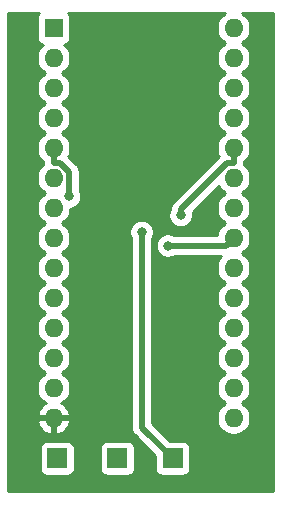
<source format=gbr>
%TF.GenerationSoftware,KiCad,Pcbnew,(5.1.9)-1*%
%TF.CreationDate,2021-05-11T14:20:08+02:00*%
%TF.ProjectId,ZX81 Intern 16K,5a583831-2049-46e7-9465-726e2031364b,rev?*%
%TF.SameCoordinates,Original*%
%TF.FileFunction,Copper,L2,Bot*%
%TF.FilePolarity,Positive*%
%FSLAX46Y46*%
G04 Gerber Fmt 4.6, Leading zero omitted, Abs format (unit mm)*
G04 Created by KiCad (PCBNEW (5.1.9)-1) date 2021-05-11 14:20:08*
%MOMM*%
%LPD*%
G01*
G04 APERTURE LIST*
%TA.AperFunction,ComponentPad*%
%ADD10R,1.600000X1.600000*%
%TD*%
%TA.AperFunction,ComponentPad*%
%ADD11O,1.600000X1.600000*%
%TD*%
%TA.AperFunction,ComponentPad*%
%ADD12R,1.700000X1.700000*%
%TD*%
%TA.AperFunction,ViaPad*%
%ADD13C,0.800000*%
%TD*%
%TA.AperFunction,Conductor*%
%ADD14C,0.500000*%
%TD*%
%TA.AperFunction,Conductor*%
%ADD15C,0.254000*%
%TD*%
%TA.AperFunction,Conductor*%
%ADD16C,0.100000*%
%TD*%
G04 APERTURE END LIST*
D10*
%TO.P,REF\u002A\u002A,1*%
%TO.N,N/C*%
X110795000Y-71602600D03*
D11*
%TO.P,REF\u002A\u002A,15*%
%TO.N,Net-(U1-Pad15)*%
X126035000Y-104622600D03*
%TO.P,REF\u002A\u002A,2*%
%TO.N,Net-(U1-Pad2)*%
X110795000Y-74142600D03*
%TO.P,REF\u002A\u002A,16*%
%TO.N,Net-(U1-Pad16)*%
X126035000Y-102082600D03*
%TO.P,REF\u002A\u002A,3*%
%TO.N,Net-(U1-Pad3)*%
X110795000Y-76682600D03*
%TO.P,REF\u002A\u002A,17*%
%TO.N,Net-(U1-Pad17)*%
X126035000Y-99542600D03*
%TO.P,REF\u002A\u002A,4*%
%TO.N,Net-(U1-Pad4)*%
X110795000Y-79222600D03*
%TO.P,REF\u002A\u002A,18*%
%TO.N,Net-(U1-Pad18)*%
X126035000Y-97002600D03*
%TO.P,REF\u002A\u002A,5*%
%TO.N,Net-(U1-Pad5)*%
X110795000Y-81762600D03*
%TO.P,REF\u002A\u002A,19*%
%TO.N,Net-(U1-Pad19)*%
X126035000Y-94462600D03*
%TO.P,REF\u002A\u002A,6*%
%TO.N,Net-(U1-Pad6)*%
X110795000Y-84302600D03*
%TO.P,REF\u002A\u002A,20*%
%TO.N,Net-(U1-Pad20)*%
X126035000Y-91922600D03*
%TO.P,REF\u002A\u002A,7*%
%TO.N,Net-(U1-Pad7)*%
X110795000Y-86842600D03*
%TO.P,REF\u002A\u002A,21*%
%TO.N,Net-(U1-Pad21)*%
X126035000Y-89382600D03*
%TO.P,REF\u002A\u002A,8*%
%TO.N,Net-(U1-Pad8)*%
X110795000Y-89382600D03*
%TO.P,REF\u002A\u002A,22*%
%TO.N,Net-(U1-Pad22)*%
X126035000Y-86842600D03*
%TO.P,REF\u002A\u002A,9*%
%TO.N,Net-(U1-Pad9)*%
X110795000Y-91922600D03*
%TO.P,REF\u002A\u002A,23*%
%TO.N,N/C*%
X126035000Y-84302600D03*
%TO.P,REF\u002A\u002A,10*%
%TO.N,Net-(U1-Pad10)*%
X110795000Y-94462600D03*
%TO.P,REF\u002A\u002A,24*%
%TO.N,Net-(U1-Pad24)*%
X126035000Y-81762600D03*
%TO.P,REF\u002A\u002A,11*%
%TO.N,Net-(U1-Pad11)*%
X110795000Y-97002600D03*
%TO.P,REF\u002A\u002A,25*%
%TO.N,Net-(U1-Pad25)*%
X126035000Y-79222600D03*
%TO.P,REF\u002A\u002A,12*%
%TO.N,Net-(U1-Pad12)*%
X110795000Y-99542600D03*
%TO.P,REF\u002A\u002A,26*%
%TO.N,N/C*%
X126035000Y-76682600D03*
%TO.P,REF\u002A\u002A,13*%
%TO.N,Net-(U1-Pad13)*%
X110795000Y-102082600D03*
%TO.P,REF\u002A\u002A,27*%
%TO.N,Net-(R1-Pad2)*%
X126035000Y-74142600D03*
%TO.P,REF\u002A\u002A,14*%
%TO.N,GND*%
X110795000Y-104622600D03*
%TO.P,REF\u002A\u002A,28*%
%TO.N,+5V*%
X126035000Y-71602600D03*
%TD*%
D12*
%TO.P,J1,1*%
%TO.N,Net-(J1-Pad1)*%
X111100000Y-108052000D03*
%TD*%
%TO.P,J2,1*%
%TO.N,Net-(J2-Pad1)*%
X120870000Y-108052000D03*
%TD*%
%TO.P,J3,1*%
%TO.N,Net-(J3-Pad1)*%
X116210000Y-108052000D03*
%TD*%
D13*
%TO.N,GND*%
X119862500Y-102396000D03*
X112345700Y-100390900D03*
%TO.N,Net-(J2-Pad1)*%
X118260000Y-88880000D03*
%TO.N,Net-(U1-Pad24)*%
X121563900Y-87466100D03*
%TO.N,Net-(U1-Pad5)*%
X112118400Y-85875800D03*
%TO.N,Net-(U1-Pad21)*%
X120480000Y-90040000D03*
%TD*%
D14*
%TO.N,Net-(J2-Pad1)*%
X118260000Y-105442000D02*
X120870000Y-108052000D01*
X118260000Y-88880000D02*
X118260000Y-105442000D01*
%TO.N,Net-(U1-Pad24)*%
X126035000Y-81762600D02*
X126035000Y-83012900D01*
X121563900Y-87466100D02*
X121563900Y-86937900D01*
X121563900Y-86937900D02*
X125488900Y-83012900D01*
X125488900Y-83012900D02*
X126035000Y-83012900D01*
%TO.N,Net-(U1-Pad5)*%
X110795000Y-81762600D02*
X110795000Y-83012900D01*
X112118400Y-85875800D02*
X112118400Y-83792400D01*
X112118400Y-83792400D02*
X111338900Y-83012900D01*
X111338900Y-83012900D02*
X110795000Y-83012900D01*
%TO.N,Net-(U1-Pad21)*%
X125377600Y-90040000D02*
X126035000Y-89382600D01*
X120480000Y-90040000D02*
X125377600Y-90040000D01*
%TD*%
D15*
%TO.N,GND*%
X109543815Y-70351415D02*
X109464463Y-70448106D01*
X109405498Y-70558420D01*
X109369188Y-70678118D01*
X109356928Y-70802600D01*
X109356928Y-72402600D01*
X109369188Y-72527082D01*
X109405498Y-72646780D01*
X109464463Y-72757094D01*
X109543815Y-72853785D01*
X109640506Y-72933137D01*
X109750820Y-72992102D01*
X109870518Y-73028412D01*
X109878961Y-73029243D01*
X109680363Y-73227841D01*
X109523320Y-73462873D01*
X109415147Y-73724026D01*
X109360000Y-74001265D01*
X109360000Y-74283935D01*
X109415147Y-74561174D01*
X109523320Y-74822327D01*
X109680363Y-75057359D01*
X109880241Y-75257237D01*
X110112759Y-75412600D01*
X109880241Y-75567963D01*
X109680363Y-75767841D01*
X109523320Y-76002873D01*
X109415147Y-76264026D01*
X109360000Y-76541265D01*
X109360000Y-76823935D01*
X109415147Y-77101174D01*
X109523320Y-77362327D01*
X109680363Y-77597359D01*
X109880241Y-77797237D01*
X110112759Y-77952600D01*
X109880241Y-78107963D01*
X109680363Y-78307841D01*
X109523320Y-78542873D01*
X109415147Y-78804026D01*
X109360000Y-79081265D01*
X109360000Y-79363935D01*
X109415147Y-79641174D01*
X109523320Y-79902327D01*
X109680363Y-80137359D01*
X109880241Y-80337237D01*
X110112759Y-80492600D01*
X109880241Y-80647963D01*
X109680363Y-80847841D01*
X109523320Y-81082873D01*
X109415147Y-81344026D01*
X109360000Y-81621265D01*
X109360000Y-81903935D01*
X109415147Y-82181174D01*
X109523320Y-82442327D01*
X109680363Y-82677359D01*
X109880241Y-82877237D01*
X109910001Y-82897122D01*
X109910001Y-82969414D01*
X109905718Y-83012900D01*
X109920322Y-83161182D01*
X109880241Y-83187963D01*
X109680363Y-83387841D01*
X109523320Y-83622873D01*
X109415147Y-83884026D01*
X109360000Y-84161265D01*
X109360000Y-84443935D01*
X109415147Y-84721174D01*
X109523320Y-84982327D01*
X109680363Y-85217359D01*
X109880241Y-85417237D01*
X110112759Y-85572600D01*
X109880241Y-85727963D01*
X109680363Y-85927841D01*
X109523320Y-86162873D01*
X109415147Y-86424026D01*
X109360000Y-86701265D01*
X109360000Y-86983935D01*
X109415147Y-87261174D01*
X109523320Y-87522327D01*
X109680363Y-87757359D01*
X109880241Y-87957237D01*
X110112759Y-88112600D01*
X109880241Y-88267963D01*
X109680363Y-88467841D01*
X109523320Y-88702873D01*
X109415147Y-88964026D01*
X109360000Y-89241265D01*
X109360000Y-89523935D01*
X109415147Y-89801174D01*
X109523320Y-90062327D01*
X109680363Y-90297359D01*
X109880241Y-90497237D01*
X110112759Y-90652600D01*
X109880241Y-90807963D01*
X109680363Y-91007841D01*
X109523320Y-91242873D01*
X109415147Y-91504026D01*
X109360000Y-91781265D01*
X109360000Y-92063935D01*
X109415147Y-92341174D01*
X109523320Y-92602327D01*
X109680363Y-92837359D01*
X109880241Y-93037237D01*
X110112759Y-93192600D01*
X109880241Y-93347963D01*
X109680363Y-93547841D01*
X109523320Y-93782873D01*
X109415147Y-94044026D01*
X109360000Y-94321265D01*
X109360000Y-94603935D01*
X109415147Y-94881174D01*
X109523320Y-95142327D01*
X109680363Y-95377359D01*
X109880241Y-95577237D01*
X110112759Y-95732600D01*
X109880241Y-95887963D01*
X109680363Y-96087841D01*
X109523320Y-96322873D01*
X109415147Y-96584026D01*
X109360000Y-96861265D01*
X109360000Y-97143935D01*
X109415147Y-97421174D01*
X109523320Y-97682327D01*
X109680363Y-97917359D01*
X109880241Y-98117237D01*
X110112759Y-98272600D01*
X109880241Y-98427963D01*
X109680363Y-98627841D01*
X109523320Y-98862873D01*
X109415147Y-99124026D01*
X109360000Y-99401265D01*
X109360000Y-99683935D01*
X109415147Y-99961174D01*
X109523320Y-100222327D01*
X109680363Y-100457359D01*
X109880241Y-100657237D01*
X110112759Y-100812600D01*
X109880241Y-100967963D01*
X109680363Y-101167841D01*
X109523320Y-101402873D01*
X109415147Y-101664026D01*
X109360000Y-101941265D01*
X109360000Y-102223935D01*
X109415147Y-102501174D01*
X109523320Y-102762327D01*
X109680363Y-102997359D01*
X109880241Y-103197237D01*
X110115273Y-103354280D01*
X110125865Y-103358667D01*
X109939869Y-103470215D01*
X109731481Y-103659186D01*
X109563963Y-103885180D01*
X109443754Y-104139513D01*
X109403096Y-104273561D01*
X109525085Y-104495600D01*
X110668000Y-104495600D01*
X110668000Y-104475600D01*
X110922000Y-104475600D01*
X110922000Y-104495600D01*
X112064915Y-104495600D01*
X112186904Y-104273561D01*
X112146246Y-104139513D01*
X112026037Y-103885180D01*
X111858519Y-103659186D01*
X111650131Y-103470215D01*
X111464135Y-103358667D01*
X111474727Y-103354280D01*
X111709759Y-103197237D01*
X111909637Y-102997359D01*
X112066680Y-102762327D01*
X112174853Y-102501174D01*
X112230000Y-102223935D01*
X112230000Y-101941265D01*
X112174853Y-101664026D01*
X112066680Y-101402873D01*
X111909637Y-101167841D01*
X111709759Y-100967963D01*
X111477241Y-100812600D01*
X111709759Y-100657237D01*
X111909637Y-100457359D01*
X112066680Y-100222327D01*
X112174853Y-99961174D01*
X112230000Y-99683935D01*
X112230000Y-99401265D01*
X112174853Y-99124026D01*
X112066680Y-98862873D01*
X111909637Y-98627841D01*
X111709759Y-98427963D01*
X111477241Y-98272600D01*
X111709759Y-98117237D01*
X111909637Y-97917359D01*
X112066680Y-97682327D01*
X112174853Y-97421174D01*
X112230000Y-97143935D01*
X112230000Y-96861265D01*
X112174853Y-96584026D01*
X112066680Y-96322873D01*
X111909637Y-96087841D01*
X111709759Y-95887963D01*
X111477241Y-95732600D01*
X111709759Y-95577237D01*
X111909637Y-95377359D01*
X112066680Y-95142327D01*
X112174853Y-94881174D01*
X112230000Y-94603935D01*
X112230000Y-94321265D01*
X112174853Y-94044026D01*
X112066680Y-93782873D01*
X111909637Y-93547841D01*
X111709759Y-93347963D01*
X111477241Y-93192600D01*
X111709759Y-93037237D01*
X111909637Y-92837359D01*
X112066680Y-92602327D01*
X112174853Y-92341174D01*
X112230000Y-92063935D01*
X112230000Y-91781265D01*
X112174853Y-91504026D01*
X112066680Y-91242873D01*
X111909637Y-91007841D01*
X111709759Y-90807963D01*
X111477241Y-90652600D01*
X111709759Y-90497237D01*
X111909637Y-90297359D01*
X112066680Y-90062327D01*
X112174853Y-89801174D01*
X112230000Y-89523935D01*
X112230000Y-89241265D01*
X112174853Y-88964026D01*
X112097824Y-88778061D01*
X117225000Y-88778061D01*
X117225000Y-88981939D01*
X117264774Y-89181898D01*
X117342795Y-89370256D01*
X117375000Y-89418454D01*
X117375001Y-105398521D01*
X117370719Y-105442000D01*
X117387805Y-105615490D01*
X117438412Y-105782313D01*
X117520590Y-105936059D01*
X117603468Y-106037046D01*
X117603471Y-106037049D01*
X117631184Y-106070817D01*
X117664951Y-106098529D01*
X119381928Y-107815507D01*
X119381928Y-108902000D01*
X119394188Y-109026482D01*
X119430498Y-109146180D01*
X119489463Y-109256494D01*
X119568815Y-109353185D01*
X119665506Y-109432537D01*
X119775820Y-109491502D01*
X119895518Y-109527812D01*
X120020000Y-109540072D01*
X121720000Y-109540072D01*
X121844482Y-109527812D01*
X121964180Y-109491502D01*
X122074494Y-109432537D01*
X122171185Y-109353185D01*
X122250537Y-109256494D01*
X122309502Y-109146180D01*
X122345812Y-109026482D01*
X122358072Y-108902000D01*
X122358072Y-107202000D01*
X122345812Y-107077518D01*
X122309502Y-106957820D01*
X122250537Y-106847506D01*
X122171185Y-106750815D01*
X122074494Y-106671463D01*
X121964180Y-106612498D01*
X121844482Y-106576188D01*
X121720000Y-106563928D01*
X120633507Y-106563928D01*
X119145000Y-105075422D01*
X119145000Y-89418454D01*
X119177205Y-89370256D01*
X119255226Y-89181898D01*
X119295000Y-88981939D01*
X119295000Y-88778061D01*
X119255226Y-88578102D01*
X119177205Y-88389744D01*
X119063937Y-88220226D01*
X118919774Y-88076063D01*
X118750256Y-87962795D01*
X118561898Y-87884774D01*
X118361939Y-87845000D01*
X118158061Y-87845000D01*
X117958102Y-87884774D01*
X117769744Y-87962795D01*
X117600226Y-88076063D01*
X117456063Y-88220226D01*
X117342795Y-88389744D01*
X117264774Y-88578102D01*
X117225000Y-88778061D01*
X112097824Y-88778061D01*
X112066680Y-88702873D01*
X111909637Y-88467841D01*
X111709759Y-88267963D01*
X111477241Y-88112600D01*
X111709759Y-87957237D01*
X111909637Y-87757359D01*
X112066680Y-87522327D01*
X112174853Y-87261174D01*
X112230000Y-86983935D01*
X112230000Y-86908878D01*
X112420298Y-86871026D01*
X112608656Y-86793005D01*
X112778174Y-86679737D01*
X112922337Y-86535574D01*
X113035605Y-86366056D01*
X113113626Y-86177698D01*
X113153400Y-85977739D01*
X113153400Y-85773861D01*
X113113626Y-85573902D01*
X113035605Y-85385544D01*
X113003400Y-85337346D01*
X113003400Y-83835865D01*
X113007681Y-83792399D01*
X113003400Y-83748933D01*
X113003400Y-83748923D01*
X112990595Y-83618910D01*
X112939989Y-83452087D01*
X112857811Y-83298341D01*
X112833610Y-83268852D01*
X112774932Y-83197353D01*
X112774930Y-83197351D01*
X112747217Y-83163583D01*
X112713449Y-83135870D01*
X112047945Y-82470367D01*
X112066680Y-82442327D01*
X112174853Y-82181174D01*
X112230000Y-81903935D01*
X112230000Y-81621265D01*
X112174853Y-81344026D01*
X112066680Y-81082873D01*
X111909637Y-80847841D01*
X111709759Y-80647963D01*
X111477241Y-80492600D01*
X111709759Y-80337237D01*
X111909637Y-80137359D01*
X112066680Y-79902327D01*
X112174853Y-79641174D01*
X112230000Y-79363935D01*
X112230000Y-79081265D01*
X112174853Y-78804026D01*
X112066680Y-78542873D01*
X111909637Y-78307841D01*
X111709759Y-78107963D01*
X111477241Y-77952600D01*
X111709759Y-77797237D01*
X111909637Y-77597359D01*
X112066680Y-77362327D01*
X112174853Y-77101174D01*
X112230000Y-76823935D01*
X112230000Y-76541265D01*
X112174853Y-76264026D01*
X112066680Y-76002873D01*
X111909637Y-75767841D01*
X111709759Y-75567963D01*
X111477241Y-75412600D01*
X111709759Y-75257237D01*
X111909637Y-75057359D01*
X112066680Y-74822327D01*
X112174853Y-74561174D01*
X112230000Y-74283935D01*
X112230000Y-74001265D01*
X112174853Y-73724026D01*
X112066680Y-73462873D01*
X111909637Y-73227841D01*
X111711039Y-73029243D01*
X111719482Y-73028412D01*
X111839180Y-72992102D01*
X111949494Y-72933137D01*
X112046185Y-72853785D01*
X112125537Y-72757094D01*
X112184502Y-72646780D01*
X112220812Y-72527082D01*
X112233072Y-72402600D01*
X112233072Y-70802600D01*
X112220812Y-70678118D01*
X112184502Y-70558420D01*
X112125537Y-70448106D01*
X112046185Y-70351415D01*
X112022771Y-70332200D01*
X125353357Y-70332200D01*
X125120241Y-70487963D01*
X124920363Y-70687841D01*
X124763320Y-70922873D01*
X124655147Y-71184026D01*
X124600000Y-71461265D01*
X124600000Y-71743935D01*
X124655147Y-72021174D01*
X124763320Y-72282327D01*
X124920363Y-72517359D01*
X125120241Y-72717237D01*
X125352759Y-72872600D01*
X125120241Y-73027963D01*
X124920363Y-73227841D01*
X124763320Y-73462873D01*
X124655147Y-73724026D01*
X124600000Y-74001265D01*
X124600000Y-74283935D01*
X124655147Y-74561174D01*
X124763320Y-74822327D01*
X124920363Y-75057359D01*
X125120241Y-75257237D01*
X125352759Y-75412600D01*
X125120241Y-75567963D01*
X124920363Y-75767841D01*
X124763320Y-76002873D01*
X124655147Y-76264026D01*
X124600000Y-76541265D01*
X124600000Y-76823935D01*
X124655147Y-77101174D01*
X124763320Y-77362327D01*
X124920363Y-77597359D01*
X125120241Y-77797237D01*
X125352759Y-77952600D01*
X125120241Y-78107963D01*
X124920363Y-78307841D01*
X124763320Y-78542873D01*
X124655147Y-78804026D01*
X124600000Y-79081265D01*
X124600000Y-79363935D01*
X124655147Y-79641174D01*
X124763320Y-79902327D01*
X124920363Y-80137359D01*
X125120241Y-80337237D01*
X125352759Y-80492600D01*
X125120241Y-80647963D01*
X124920363Y-80847841D01*
X124763320Y-81082873D01*
X124655147Y-81344026D01*
X124600000Y-81621265D01*
X124600000Y-81903935D01*
X124655147Y-82181174D01*
X124763320Y-82442327D01*
X124781174Y-82469047D01*
X120968851Y-86281370D01*
X120935084Y-86309083D01*
X120907371Y-86342851D01*
X120907368Y-86342854D01*
X120885206Y-86369859D01*
X120824490Y-86443841D01*
X120742311Y-86597587D01*
X120691705Y-86764410D01*
X120678900Y-86894423D01*
X120678900Y-86894431D01*
X120675063Y-86933388D01*
X120646695Y-86975844D01*
X120568674Y-87164202D01*
X120528900Y-87364161D01*
X120528900Y-87568039D01*
X120568674Y-87767998D01*
X120646695Y-87956356D01*
X120759963Y-88125874D01*
X120904126Y-88270037D01*
X121073644Y-88383305D01*
X121262002Y-88461326D01*
X121461961Y-88501100D01*
X121665839Y-88501100D01*
X121865798Y-88461326D01*
X122054156Y-88383305D01*
X122223674Y-88270037D01*
X122367837Y-88125874D01*
X122481105Y-87956356D01*
X122559126Y-87767998D01*
X122598900Y-87568039D01*
X122598900Y-87364161D01*
X122564112Y-87189267D01*
X124766417Y-84986962D01*
X124920363Y-85217359D01*
X125120241Y-85417237D01*
X125352759Y-85572600D01*
X125120241Y-85727963D01*
X124920363Y-85927841D01*
X124763320Y-86162873D01*
X124655147Y-86424026D01*
X124600000Y-86701265D01*
X124600000Y-86983935D01*
X124655147Y-87261174D01*
X124763320Y-87522327D01*
X124920363Y-87757359D01*
X125120241Y-87957237D01*
X125352759Y-88112600D01*
X125120241Y-88267963D01*
X124920363Y-88467841D01*
X124763320Y-88702873D01*
X124655147Y-88964026D01*
X124617159Y-89155000D01*
X121018454Y-89155000D01*
X120970256Y-89122795D01*
X120781898Y-89044774D01*
X120581939Y-89005000D01*
X120378061Y-89005000D01*
X120178102Y-89044774D01*
X119989744Y-89122795D01*
X119820226Y-89236063D01*
X119676063Y-89380226D01*
X119562795Y-89549744D01*
X119484774Y-89738102D01*
X119445000Y-89938061D01*
X119445000Y-90141939D01*
X119484774Y-90341898D01*
X119562795Y-90530256D01*
X119676063Y-90699774D01*
X119820226Y-90843937D01*
X119989744Y-90957205D01*
X120178102Y-91035226D01*
X120378061Y-91075000D01*
X120581939Y-91075000D01*
X120781898Y-91035226D01*
X120970256Y-90957205D01*
X121018454Y-90925000D01*
X125003204Y-90925000D01*
X124920363Y-91007841D01*
X124763320Y-91242873D01*
X124655147Y-91504026D01*
X124600000Y-91781265D01*
X124600000Y-92063935D01*
X124655147Y-92341174D01*
X124763320Y-92602327D01*
X124920363Y-92837359D01*
X125120241Y-93037237D01*
X125352759Y-93192600D01*
X125120241Y-93347963D01*
X124920363Y-93547841D01*
X124763320Y-93782873D01*
X124655147Y-94044026D01*
X124600000Y-94321265D01*
X124600000Y-94603935D01*
X124655147Y-94881174D01*
X124763320Y-95142327D01*
X124920363Y-95377359D01*
X125120241Y-95577237D01*
X125352759Y-95732600D01*
X125120241Y-95887963D01*
X124920363Y-96087841D01*
X124763320Y-96322873D01*
X124655147Y-96584026D01*
X124600000Y-96861265D01*
X124600000Y-97143935D01*
X124655147Y-97421174D01*
X124763320Y-97682327D01*
X124920363Y-97917359D01*
X125120241Y-98117237D01*
X125352759Y-98272600D01*
X125120241Y-98427963D01*
X124920363Y-98627841D01*
X124763320Y-98862873D01*
X124655147Y-99124026D01*
X124600000Y-99401265D01*
X124600000Y-99683935D01*
X124655147Y-99961174D01*
X124763320Y-100222327D01*
X124920363Y-100457359D01*
X125120241Y-100657237D01*
X125352759Y-100812600D01*
X125120241Y-100967963D01*
X124920363Y-101167841D01*
X124763320Y-101402873D01*
X124655147Y-101664026D01*
X124600000Y-101941265D01*
X124600000Y-102223935D01*
X124655147Y-102501174D01*
X124763320Y-102762327D01*
X124920363Y-102997359D01*
X125120241Y-103197237D01*
X125352759Y-103352600D01*
X125120241Y-103507963D01*
X124920363Y-103707841D01*
X124763320Y-103942873D01*
X124655147Y-104204026D01*
X124600000Y-104481265D01*
X124600000Y-104763935D01*
X124655147Y-105041174D01*
X124763320Y-105302327D01*
X124920363Y-105537359D01*
X125120241Y-105737237D01*
X125355273Y-105894280D01*
X125616426Y-106002453D01*
X125893665Y-106057600D01*
X126176335Y-106057600D01*
X126453574Y-106002453D01*
X126714727Y-105894280D01*
X126949759Y-105737237D01*
X127149637Y-105537359D01*
X127306680Y-105302327D01*
X127414853Y-105041174D01*
X127470000Y-104763935D01*
X127470000Y-104481265D01*
X127414853Y-104204026D01*
X127306680Y-103942873D01*
X127149637Y-103707841D01*
X126949759Y-103507963D01*
X126717241Y-103352600D01*
X126949759Y-103197237D01*
X127149637Y-102997359D01*
X127306680Y-102762327D01*
X127414853Y-102501174D01*
X127470000Y-102223935D01*
X127470000Y-101941265D01*
X127414853Y-101664026D01*
X127306680Y-101402873D01*
X127149637Y-101167841D01*
X126949759Y-100967963D01*
X126717241Y-100812600D01*
X126949759Y-100657237D01*
X127149637Y-100457359D01*
X127306680Y-100222327D01*
X127414853Y-99961174D01*
X127470000Y-99683935D01*
X127470000Y-99401265D01*
X127414853Y-99124026D01*
X127306680Y-98862873D01*
X127149637Y-98627841D01*
X126949759Y-98427963D01*
X126717241Y-98272600D01*
X126949759Y-98117237D01*
X127149637Y-97917359D01*
X127306680Y-97682327D01*
X127414853Y-97421174D01*
X127470000Y-97143935D01*
X127470000Y-96861265D01*
X127414853Y-96584026D01*
X127306680Y-96322873D01*
X127149637Y-96087841D01*
X126949759Y-95887963D01*
X126717241Y-95732600D01*
X126949759Y-95577237D01*
X127149637Y-95377359D01*
X127306680Y-95142327D01*
X127414853Y-94881174D01*
X127470000Y-94603935D01*
X127470000Y-94321265D01*
X127414853Y-94044026D01*
X127306680Y-93782873D01*
X127149637Y-93547841D01*
X126949759Y-93347963D01*
X126717241Y-93192600D01*
X126949759Y-93037237D01*
X127149637Y-92837359D01*
X127306680Y-92602327D01*
X127414853Y-92341174D01*
X127470000Y-92063935D01*
X127470000Y-91781265D01*
X127414853Y-91504026D01*
X127306680Y-91242873D01*
X127149637Y-91007841D01*
X126949759Y-90807963D01*
X126717241Y-90652600D01*
X126949759Y-90497237D01*
X127149637Y-90297359D01*
X127306680Y-90062327D01*
X127414853Y-89801174D01*
X127470000Y-89523935D01*
X127470000Y-89241265D01*
X127414853Y-88964026D01*
X127306680Y-88702873D01*
X127149637Y-88467841D01*
X126949759Y-88267963D01*
X126717241Y-88112600D01*
X126949759Y-87957237D01*
X127149637Y-87757359D01*
X127306680Y-87522327D01*
X127414853Y-87261174D01*
X127470000Y-86983935D01*
X127470000Y-86701265D01*
X127414853Y-86424026D01*
X127306680Y-86162873D01*
X127149637Y-85927841D01*
X126949759Y-85727963D01*
X126717241Y-85572600D01*
X126949759Y-85417237D01*
X127149637Y-85217359D01*
X127306680Y-84982327D01*
X127414853Y-84721174D01*
X127470000Y-84443935D01*
X127470000Y-84161265D01*
X127414853Y-83884026D01*
X127306680Y-83622873D01*
X127149637Y-83387841D01*
X126949759Y-83187963D01*
X126909678Y-83161182D01*
X126920000Y-83056377D01*
X126924282Y-83012900D01*
X126920000Y-82969423D01*
X126920000Y-82897121D01*
X126949759Y-82877237D01*
X127149637Y-82677359D01*
X127306680Y-82442327D01*
X127414853Y-82181174D01*
X127470000Y-81903935D01*
X127470000Y-81621265D01*
X127414853Y-81344026D01*
X127306680Y-81082873D01*
X127149637Y-80847841D01*
X126949759Y-80647963D01*
X126717241Y-80492600D01*
X126949759Y-80337237D01*
X127149637Y-80137359D01*
X127306680Y-79902327D01*
X127414853Y-79641174D01*
X127470000Y-79363935D01*
X127470000Y-79081265D01*
X127414853Y-78804026D01*
X127306680Y-78542873D01*
X127149637Y-78307841D01*
X126949759Y-78107963D01*
X126717241Y-77952600D01*
X126949759Y-77797237D01*
X127149637Y-77597359D01*
X127306680Y-77362327D01*
X127414853Y-77101174D01*
X127470000Y-76823935D01*
X127470000Y-76541265D01*
X127414853Y-76264026D01*
X127306680Y-76002873D01*
X127149637Y-75767841D01*
X126949759Y-75567963D01*
X126717241Y-75412600D01*
X126949759Y-75257237D01*
X127149637Y-75057359D01*
X127306680Y-74822327D01*
X127414853Y-74561174D01*
X127470000Y-74283935D01*
X127470000Y-74001265D01*
X127414853Y-73724026D01*
X127306680Y-73462873D01*
X127149637Y-73227841D01*
X126949759Y-73027963D01*
X126717241Y-72872600D01*
X126949759Y-72717237D01*
X127149637Y-72517359D01*
X127306680Y-72282327D01*
X127414853Y-72021174D01*
X127470000Y-71743935D01*
X127470000Y-71461265D01*
X127414853Y-71184026D01*
X127306680Y-70922873D01*
X127149637Y-70687841D01*
X126949759Y-70487963D01*
X126716643Y-70332200D01*
X129337597Y-70332200D01*
X129360000Y-107629317D01*
X129351613Y-110849889D01*
X106959000Y-110846112D01*
X106959000Y-107202000D01*
X109611928Y-107202000D01*
X109611928Y-108902000D01*
X109624188Y-109026482D01*
X109660498Y-109146180D01*
X109719463Y-109256494D01*
X109798815Y-109353185D01*
X109895506Y-109432537D01*
X110005820Y-109491502D01*
X110125518Y-109527812D01*
X110250000Y-109540072D01*
X111950000Y-109540072D01*
X112074482Y-109527812D01*
X112194180Y-109491502D01*
X112304494Y-109432537D01*
X112401185Y-109353185D01*
X112480537Y-109256494D01*
X112539502Y-109146180D01*
X112575812Y-109026482D01*
X112588072Y-108902000D01*
X112588072Y-107202000D01*
X114721928Y-107202000D01*
X114721928Y-108902000D01*
X114734188Y-109026482D01*
X114770498Y-109146180D01*
X114829463Y-109256494D01*
X114908815Y-109353185D01*
X115005506Y-109432537D01*
X115115820Y-109491502D01*
X115235518Y-109527812D01*
X115360000Y-109540072D01*
X117060000Y-109540072D01*
X117184482Y-109527812D01*
X117304180Y-109491502D01*
X117414494Y-109432537D01*
X117511185Y-109353185D01*
X117590537Y-109256494D01*
X117649502Y-109146180D01*
X117685812Y-109026482D01*
X117698072Y-108902000D01*
X117698072Y-107202000D01*
X117685812Y-107077518D01*
X117649502Y-106957820D01*
X117590537Y-106847506D01*
X117511185Y-106750815D01*
X117414494Y-106671463D01*
X117304180Y-106612498D01*
X117184482Y-106576188D01*
X117060000Y-106563928D01*
X115360000Y-106563928D01*
X115235518Y-106576188D01*
X115115820Y-106612498D01*
X115005506Y-106671463D01*
X114908815Y-106750815D01*
X114829463Y-106847506D01*
X114770498Y-106957820D01*
X114734188Y-107077518D01*
X114721928Y-107202000D01*
X112588072Y-107202000D01*
X112575812Y-107077518D01*
X112539502Y-106957820D01*
X112480537Y-106847506D01*
X112401185Y-106750815D01*
X112304494Y-106671463D01*
X112194180Y-106612498D01*
X112074482Y-106576188D01*
X111950000Y-106563928D01*
X110250000Y-106563928D01*
X110125518Y-106576188D01*
X110005820Y-106612498D01*
X109895506Y-106671463D01*
X109798815Y-106750815D01*
X109719463Y-106847506D01*
X109660498Y-106957820D01*
X109624188Y-107077518D01*
X109611928Y-107202000D01*
X106959000Y-107202000D01*
X106959000Y-104971639D01*
X109403096Y-104971639D01*
X109443754Y-105105687D01*
X109563963Y-105360020D01*
X109731481Y-105586014D01*
X109939869Y-105774985D01*
X110181119Y-105919670D01*
X110445960Y-106014509D01*
X110668000Y-105893224D01*
X110668000Y-104749600D01*
X110922000Y-104749600D01*
X110922000Y-105893224D01*
X111144040Y-106014509D01*
X111408881Y-105919670D01*
X111650131Y-105774985D01*
X111858519Y-105586014D01*
X112026037Y-105360020D01*
X112146246Y-105105687D01*
X112186904Y-104971639D01*
X112064915Y-104749600D01*
X110922000Y-104749600D01*
X110668000Y-104749600D01*
X109525085Y-104749600D01*
X109403096Y-104971639D01*
X106959000Y-104971639D01*
X106959000Y-70332200D01*
X109567229Y-70332200D01*
X109543815Y-70351415D01*
%TA.AperFunction,Conductor*%
D16*
G36*
X109543815Y-70351415D02*
G01*
X109464463Y-70448106D01*
X109405498Y-70558420D01*
X109369188Y-70678118D01*
X109356928Y-70802600D01*
X109356928Y-72402600D01*
X109369188Y-72527082D01*
X109405498Y-72646780D01*
X109464463Y-72757094D01*
X109543815Y-72853785D01*
X109640506Y-72933137D01*
X109750820Y-72992102D01*
X109870518Y-73028412D01*
X109878961Y-73029243D01*
X109680363Y-73227841D01*
X109523320Y-73462873D01*
X109415147Y-73724026D01*
X109360000Y-74001265D01*
X109360000Y-74283935D01*
X109415147Y-74561174D01*
X109523320Y-74822327D01*
X109680363Y-75057359D01*
X109880241Y-75257237D01*
X110112759Y-75412600D01*
X109880241Y-75567963D01*
X109680363Y-75767841D01*
X109523320Y-76002873D01*
X109415147Y-76264026D01*
X109360000Y-76541265D01*
X109360000Y-76823935D01*
X109415147Y-77101174D01*
X109523320Y-77362327D01*
X109680363Y-77597359D01*
X109880241Y-77797237D01*
X110112759Y-77952600D01*
X109880241Y-78107963D01*
X109680363Y-78307841D01*
X109523320Y-78542873D01*
X109415147Y-78804026D01*
X109360000Y-79081265D01*
X109360000Y-79363935D01*
X109415147Y-79641174D01*
X109523320Y-79902327D01*
X109680363Y-80137359D01*
X109880241Y-80337237D01*
X110112759Y-80492600D01*
X109880241Y-80647963D01*
X109680363Y-80847841D01*
X109523320Y-81082873D01*
X109415147Y-81344026D01*
X109360000Y-81621265D01*
X109360000Y-81903935D01*
X109415147Y-82181174D01*
X109523320Y-82442327D01*
X109680363Y-82677359D01*
X109880241Y-82877237D01*
X109910001Y-82897122D01*
X109910001Y-82969414D01*
X109905718Y-83012900D01*
X109920322Y-83161182D01*
X109880241Y-83187963D01*
X109680363Y-83387841D01*
X109523320Y-83622873D01*
X109415147Y-83884026D01*
X109360000Y-84161265D01*
X109360000Y-84443935D01*
X109415147Y-84721174D01*
X109523320Y-84982327D01*
X109680363Y-85217359D01*
X109880241Y-85417237D01*
X110112759Y-85572600D01*
X109880241Y-85727963D01*
X109680363Y-85927841D01*
X109523320Y-86162873D01*
X109415147Y-86424026D01*
X109360000Y-86701265D01*
X109360000Y-86983935D01*
X109415147Y-87261174D01*
X109523320Y-87522327D01*
X109680363Y-87757359D01*
X109880241Y-87957237D01*
X110112759Y-88112600D01*
X109880241Y-88267963D01*
X109680363Y-88467841D01*
X109523320Y-88702873D01*
X109415147Y-88964026D01*
X109360000Y-89241265D01*
X109360000Y-89523935D01*
X109415147Y-89801174D01*
X109523320Y-90062327D01*
X109680363Y-90297359D01*
X109880241Y-90497237D01*
X110112759Y-90652600D01*
X109880241Y-90807963D01*
X109680363Y-91007841D01*
X109523320Y-91242873D01*
X109415147Y-91504026D01*
X109360000Y-91781265D01*
X109360000Y-92063935D01*
X109415147Y-92341174D01*
X109523320Y-92602327D01*
X109680363Y-92837359D01*
X109880241Y-93037237D01*
X110112759Y-93192600D01*
X109880241Y-93347963D01*
X109680363Y-93547841D01*
X109523320Y-93782873D01*
X109415147Y-94044026D01*
X109360000Y-94321265D01*
X109360000Y-94603935D01*
X109415147Y-94881174D01*
X109523320Y-95142327D01*
X109680363Y-95377359D01*
X109880241Y-95577237D01*
X110112759Y-95732600D01*
X109880241Y-95887963D01*
X109680363Y-96087841D01*
X109523320Y-96322873D01*
X109415147Y-96584026D01*
X109360000Y-96861265D01*
X109360000Y-97143935D01*
X109415147Y-97421174D01*
X109523320Y-97682327D01*
X109680363Y-97917359D01*
X109880241Y-98117237D01*
X110112759Y-98272600D01*
X109880241Y-98427963D01*
X109680363Y-98627841D01*
X109523320Y-98862873D01*
X109415147Y-99124026D01*
X109360000Y-99401265D01*
X109360000Y-99683935D01*
X109415147Y-99961174D01*
X109523320Y-100222327D01*
X109680363Y-100457359D01*
X109880241Y-100657237D01*
X110112759Y-100812600D01*
X109880241Y-100967963D01*
X109680363Y-101167841D01*
X109523320Y-101402873D01*
X109415147Y-101664026D01*
X109360000Y-101941265D01*
X109360000Y-102223935D01*
X109415147Y-102501174D01*
X109523320Y-102762327D01*
X109680363Y-102997359D01*
X109880241Y-103197237D01*
X110115273Y-103354280D01*
X110125865Y-103358667D01*
X109939869Y-103470215D01*
X109731481Y-103659186D01*
X109563963Y-103885180D01*
X109443754Y-104139513D01*
X109403096Y-104273561D01*
X109525085Y-104495600D01*
X110668000Y-104495600D01*
X110668000Y-104475600D01*
X110922000Y-104475600D01*
X110922000Y-104495600D01*
X112064915Y-104495600D01*
X112186904Y-104273561D01*
X112146246Y-104139513D01*
X112026037Y-103885180D01*
X111858519Y-103659186D01*
X111650131Y-103470215D01*
X111464135Y-103358667D01*
X111474727Y-103354280D01*
X111709759Y-103197237D01*
X111909637Y-102997359D01*
X112066680Y-102762327D01*
X112174853Y-102501174D01*
X112230000Y-102223935D01*
X112230000Y-101941265D01*
X112174853Y-101664026D01*
X112066680Y-101402873D01*
X111909637Y-101167841D01*
X111709759Y-100967963D01*
X111477241Y-100812600D01*
X111709759Y-100657237D01*
X111909637Y-100457359D01*
X112066680Y-100222327D01*
X112174853Y-99961174D01*
X112230000Y-99683935D01*
X112230000Y-99401265D01*
X112174853Y-99124026D01*
X112066680Y-98862873D01*
X111909637Y-98627841D01*
X111709759Y-98427963D01*
X111477241Y-98272600D01*
X111709759Y-98117237D01*
X111909637Y-97917359D01*
X112066680Y-97682327D01*
X112174853Y-97421174D01*
X112230000Y-97143935D01*
X112230000Y-96861265D01*
X112174853Y-96584026D01*
X112066680Y-96322873D01*
X111909637Y-96087841D01*
X111709759Y-95887963D01*
X111477241Y-95732600D01*
X111709759Y-95577237D01*
X111909637Y-95377359D01*
X112066680Y-95142327D01*
X112174853Y-94881174D01*
X112230000Y-94603935D01*
X112230000Y-94321265D01*
X112174853Y-94044026D01*
X112066680Y-93782873D01*
X111909637Y-93547841D01*
X111709759Y-93347963D01*
X111477241Y-93192600D01*
X111709759Y-93037237D01*
X111909637Y-92837359D01*
X112066680Y-92602327D01*
X112174853Y-92341174D01*
X112230000Y-92063935D01*
X112230000Y-91781265D01*
X112174853Y-91504026D01*
X112066680Y-91242873D01*
X111909637Y-91007841D01*
X111709759Y-90807963D01*
X111477241Y-90652600D01*
X111709759Y-90497237D01*
X111909637Y-90297359D01*
X112066680Y-90062327D01*
X112174853Y-89801174D01*
X112230000Y-89523935D01*
X112230000Y-89241265D01*
X112174853Y-88964026D01*
X112097824Y-88778061D01*
X117225000Y-88778061D01*
X117225000Y-88981939D01*
X117264774Y-89181898D01*
X117342795Y-89370256D01*
X117375000Y-89418454D01*
X117375001Y-105398521D01*
X117370719Y-105442000D01*
X117387805Y-105615490D01*
X117438412Y-105782313D01*
X117520590Y-105936059D01*
X117603468Y-106037046D01*
X117603471Y-106037049D01*
X117631184Y-106070817D01*
X117664951Y-106098529D01*
X119381928Y-107815507D01*
X119381928Y-108902000D01*
X119394188Y-109026482D01*
X119430498Y-109146180D01*
X119489463Y-109256494D01*
X119568815Y-109353185D01*
X119665506Y-109432537D01*
X119775820Y-109491502D01*
X119895518Y-109527812D01*
X120020000Y-109540072D01*
X121720000Y-109540072D01*
X121844482Y-109527812D01*
X121964180Y-109491502D01*
X122074494Y-109432537D01*
X122171185Y-109353185D01*
X122250537Y-109256494D01*
X122309502Y-109146180D01*
X122345812Y-109026482D01*
X122358072Y-108902000D01*
X122358072Y-107202000D01*
X122345812Y-107077518D01*
X122309502Y-106957820D01*
X122250537Y-106847506D01*
X122171185Y-106750815D01*
X122074494Y-106671463D01*
X121964180Y-106612498D01*
X121844482Y-106576188D01*
X121720000Y-106563928D01*
X120633507Y-106563928D01*
X119145000Y-105075422D01*
X119145000Y-89418454D01*
X119177205Y-89370256D01*
X119255226Y-89181898D01*
X119295000Y-88981939D01*
X119295000Y-88778061D01*
X119255226Y-88578102D01*
X119177205Y-88389744D01*
X119063937Y-88220226D01*
X118919774Y-88076063D01*
X118750256Y-87962795D01*
X118561898Y-87884774D01*
X118361939Y-87845000D01*
X118158061Y-87845000D01*
X117958102Y-87884774D01*
X117769744Y-87962795D01*
X117600226Y-88076063D01*
X117456063Y-88220226D01*
X117342795Y-88389744D01*
X117264774Y-88578102D01*
X117225000Y-88778061D01*
X112097824Y-88778061D01*
X112066680Y-88702873D01*
X111909637Y-88467841D01*
X111709759Y-88267963D01*
X111477241Y-88112600D01*
X111709759Y-87957237D01*
X111909637Y-87757359D01*
X112066680Y-87522327D01*
X112174853Y-87261174D01*
X112230000Y-86983935D01*
X112230000Y-86908878D01*
X112420298Y-86871026D01*
X112608656Y-86793005D01*
X112778174Y-86679737D01*
X112922337Y-86535574D01*
X113035605Y-86366056D01*
X113113626Y-86177698D01*
X113153400Y-85977739D01*
X113153400Y-85773861D01*
X113113626Y-85573902D01*
X113035605Y-85385544D01*
X113003400Y-85337346D01*
X113003400Y-83835865D01*
X113007681Y-83792399D01*
X113003400Y-83748933D01*
X113003400Y-83748923D01*
X112990595Y-83618910D01*
X112939989Y-83452087D01*
X112857811Y-83298341D01*
X112833610Y-83268852D01*
X112774932Y-83197353D01*
X112774930Y-83197351D01*
X112747217Y-83163583D01*
X112713449Y-83135870D01*
X112047945Y-82470367D01*
X112066680Y-82442327D01*
X112174853Y-82181174D01*
X112230000Y-81903935D01*
X112230000Y-81621265D01*
X112174853Y-81344026D01*
X112066680Y-81082873D01*
X111909637Y-80847841D01*
X111709759Y-80647963D01*
X111477241Y-80492600D01*
X111709759Y-80337237D01*
X111909637Y-80137359D01*
X112066680Y-79902327D01*
X112174853Y-79641174D01*
X112230000Y-79363935D01*
X112230000Y-79081265D01*
X112174853Y-78804026D01*
X112066680Y-78542873D01*
X111909637Y-78307841D01*
X111709759Y-78107963D01*
X111477241Y-77952600D01*
X111709759Y-77797237D01*
X111909637Y-77597359D01*
X112066680Y-77362327D01*
X112174853Y-77101174D01*
X112230000Y-76823935D01*
X112230000Y-76541265D01*
X112174853Y-76264026D01*
X112066680Y-76002873D01*
X111909637Y-75767841D01*
X111709759Y-75567963D01*
X111477241Y-75412600D01*
X111709759Y-75257237D01*
X111909637Y-75057359D01*
X112066680Y-74822327D01*
X112174853Y-74561174D01*
X112230000Y-74283935D01*
X112230000Y-74001265D01*
X112174853Y-73724026D01*
X112066680Y-73462873D01*
X111909637Y-73227841D01*
X111711039Y-73029243D01*
X111719482Y-73028412D01*
X111839180Y-72992102D01*
X111949494Y-72933137D01*
X112046185Y-72853785D01*
X112125537Y-72757094D01*
X112184502Y-72646780D01*
X112220812Y-72527082D01*
X112233072Y-72402600D01*
X112233072Y-70802600D01*
X112220812Y-70678118D01*
X112184502Y-70558420D01*
X112125537Y-70448106D01*
X112046185Y-70351415D01*
X112022771Y-70332200D01*
X125353357Y-70332200D01*
X125120241Y-70487963D01*
X124920363Y-70687841D01*
X124763320Y-70922873D01*
X124655147Y-71184026D01*
X124600000Y-71461265D01*
X124600000Y-71743935D01*
X124655147Y-72021174D01*
X124763320Y-72282327D01*
X124920363Y-72517359D01*
X125120241Y-72717237D01*
X125352759Y-72872600D01*
X125120241Y-73027963D01*
X124920363Y-73227841D01*
X124763320Y-73462873D01*
X124655147Y-73724026D01*
X124600000Y-74001265D01*
X124600000Y-74283935D01*
X124655147Y-74561174D01*
X124763320Y-74822327D01*
X124920363Y-75057359D01*
X125120241Y-75257237D01*
X125352759Y-75412600D01*
X125120241Y-75567963D01*
X124920363Y-75767841D01*
X124763320Y-76002873D01*
X124655147Y-76264026D01*
X124600000Y-76541265D01*
X124600000Y-76823935D01*
X124655147Y-77101174D01*
X124763320Y-77362327D01*
X124920363Y-77597359D01*
X125120241Y-77797237D01*
X125352759Y-77952600D01*
X125120241Y-78107963D01*
X124920363Y-78307841D01*
X124763320Y-78542873D01*
X124655147Y-78804026D01*
X124600000Y-79081265D01*
X124600000Y-79363935D01*
X124655147Y-79641174D01*
X124763320Y-79902327D01*
X124920363Y-80137359D01*
X125120241Y-80337237D01*
X125352759Y-80492600D01*
X125120241Y-80647963D01*
X124920363Y-80847841D01*
X124763320Y-81082873D01*
X124655147Y-81344026D01*
X124600000Y-81621265D01*
X124600000Y-81903935D01*
X124655147Y-82181174D01*
X124763320Y-82442327D01*
X124781174Y-82469047D01*
X120968851Y-86281370D01*
X120935084Y-86309083D01*
X120907371Y-86342851D01*
X120907368Y-86342854D01*
X120885206Y-86369859D01*
X120824490Y-86443841D01*
X120742311Y-86597587D01*
X120691705Y-86764410D01*
X120678900Y-86894423D01*
X120678900Y-86894431D01*
X120675063Y-86933388D01*
X120646695Y-86975844D01*
X120568674Y-87164202D01*
X120528900Y-87364161D01*
X120528900Y-87568039D01*
X120568674Y-87767998D01*
X120646695Y-87956356D01*
X120759963Y-88125874D01*
X120904126Y-88270037D01*
X121073644Y-88383305D01*
X121262002Y-88461326D01*
X121461961Y-88501100D01*
X121665839Y-88501100D01*
X121865798Y-88461326D01*
X122054156Y-88383305D01*
X122223674Y-88270037D01*
X122367837Y-88125874D01*
X122481105Y-87956356D01*
X122559126Y-87767998D01*
X122598900Y-87568039D01*
X122598900Y-87364161D01*
X122564112Y-87189267D01*
X124766417Y-84986962D01*
X124920363Y-85217359D01*
X125120241Y-85417237D01*
X125352759Y-85572600D01*
X125120241Y-85727963D01*
X124920363Y-85927841D01*
X124763320Y-86162873D01*
X124655147Y-86424026D01*
X124600000Y-86701265D01*
X124600000Y-86983935D01*
X124655147Y-87261174D01*
X124763320Y-87522327D01*
X124920363Y-87757359D01*
X125120241Y-87957237D01*
X125352759Y-88112600D01*
X125120241Y-88267963D01*
X124920363Y-88467841D01*
X124763320Y-88702873D01*
X124655147Y-88964026D01*
X124617159Y-89155000D01*
X121018454Y-89155000D01*
X120970256Y-89122795D01*
X120781898Y-89044774D01*
X120581939Y-89005000D01*
X120378061Y-89005000D01*
X120178102Y-89044774D01*
X119989744Y-89122795D01*
X119820226Y-89236063D01*
X119676063Y-89380226D01*
X119562795Y-89549744D01*
X119484774Y-89738102D01*
X119445000Y-89938061D01*
X119445000Y-90141939D01*
X119484774Y-90341898D01*
X119562795Y-90530256D01*
X119676063Y-90699774D01*
X119820226Y-90843937D01*
X119989744Y-90957205D01*
X120178102Y-91035226D01*
X120378061Y-91075000D01*
X120581939Y-91075000D01*
X120781898Y-91035226D01*
X120970256Y-90957205D01*
X121018454Y-90925000D01*
X125003204Y-90925000D01*
X124920363Y-91007841D01*
X124763320Y-91242873D01*
X124655147Y-91504026D01*
X124600000Y-91781265D01*
X124600000Y-92063935D01*
X124655147Y-92341174D01*
X124763320Y-92602327D01*
X124920363Y-92837359D01*
X125120241Y-93037237D01*
X125352759Y-93192600D01*
X125120241Y-93347963D01*
X124920363Y-93547841D01*
X124763320Y-93782873D01*
X124655147Y-94044026D01*
X124600000Y-94321265D01*
X124600000Y-94603935D01*
X124655147Y-94881174D01*
X124763320Y-95142327D01*
X124920363Y-95377359D01*
X125120241Y-95577237D01*
X125352759Y-95732600D01*
X125120241Y-95887963D01*
X124920363Y-96087841D01*
X124763320Y-96322873D01*
X124655147Y-96584026D01*
X124600000Y-96861265D01*
X124600000Y-97143935D01*
X124655147Y-97421174D01*
X124763320Y-97682327D01*
X124920363Y-97917359D01*
X125120241Y-98117237D01*
X125352759Y-98272600D01*
X125120241Y-98427963D01*
X124920363Y-98627841D01*
X124763320Y-98862873D01*
X124655147Y-99124026D01*
X124600000Y-99401265D01*
X124600000Y-99683935D01*
X124655147Y-99961174D01*
X124763320Y-100222327D01*
X124920363Y-100457359D01*
X125120241Y-100657237D01*
X125352759Y-100812600D01*
X125120241Y-100967963D01*
X124920363Y-101167841D01*
X124763320Y-101402873D01*
X124655147Y-101664026D01*
X124600000Y-101941265D01*
X124600000Y-102223935D01*
X124655147Y-102501174D01*
X124763320Y-102762327D01*
X124920363Y-102997359D01*
X125120241Y-103197237D01*
X125352759Y-103352600D01*
X125120241Y-103507963D01*
X124920363Y-103707841D01*
X124763320Y-103942873D01*
X124655147Y-104204026D01*
X124600000Y-104481265D01*
X124600000Y-104763935D01*
X124655147Y-105041174D01*
X124763320Y-105302327D01*
X124920363Y-105537359D01*
X125120241Y-105737237D01*
X125355273Y-105894280D01*
X125616426Y-106002453D01*
X125893665Y-106057600D01*
X126176335Y-106057600D01*
X126453574Y-106002453D01*
X126714727Y-105894280D01*
X126949759Y-105737237D01*
X127149637Y-105537359D01*
X127306680Y-105302327D01*
X127414853Y-105041174D01*
X127470000Y-104763935D01*
X127470000Y-104481265D01*
X127414853Y-104204026D01*
X127306680Y-103942873D01*
X127149637Y-103707841D01*
X126949759Y-103507963D01*
X126717241Y-103352600D01*
X126949759Y-103197237D01*
X127149637Y-102997359D01*
X127306680Y-102762327D01*
X127414853Y-102501174D01*
X127470000Y-102223935D01*
X127470000Y-101941265D01*
X127414853Y-101664026D01*
X127306680Y-101402873D01*
X127149637Y-101167841D01*
X126949759Y-100967963D01*
X126717241Y-100812600D01*
X126949759Y-100657237D01*
X127149637Y-100457359D01*
X127306680Y-100222327D01*
X127414853Y-99961174D01*
X127470000Y-99683935D01*
X127470000Y-99401265D01*
X127414853Y-99124026D01*
X127306680Y-98862873D01*
X127149637Y-98627841D01*
X126949759Y-98427963D01*
X126717241Y-98272600D01*
X126949759Y-98117237D01*
X127149637Y-97917359D01*
X127306680Y-97682327D01*
X127414853Y-97421174D01*
X127470000Y-97143935D01*
X127470000Y-96861265D01*
X127414853Y-96584026D01*
X127306680Y-96322873D01*
X127149637Y-96087841D01*
X126949759Y-95887963D01*
X126717241Y-95732600D01*
X126949759Y-95577237D01*
X127149637Y-95377359D01*
X127306680Y-95142327D01*
X127414853Y-94881174D01*
X127470000Y-94603935D01*
X127470000Y-94321265D01*
X127414853Y-94044026D01*
X127306680Y-93782873D01*
X127149637Y-93547841D01*
X126949759Y-93347963D01*
X126717241Y-93192600D01*
X126949759Y-93037237D01*
X127149637Y-92837359D01*
X127306680Y-92602327D01*
X127414853Y-92341174D01*
X127470000Y-92063935D01*
X127470000Y-91781265D01*
X127414853Y-91504026D01*
X127306680Y-91242873D01*
X127149637Y-91007841D01*
X126949759Y-90807963D01*
X126717241Y-90652600D01*
X126949759Y-90497237D01*
X127149637Y-90297359D01*
X127306680Y-90062327D01*
X127414853Y-89801174D01*
X127470000Y-89523935D01*
X127470000Y-89241265D01*
X127414853Y-88964026D01*
X127306680Y-88702873D01*
X127149637Y-88467841D01*
X126949759Y-88267963D01*
X126717241Y-88112600D01*
X126949759Y-87957237D01*
X127149637Y-87757359D01*
X127306680Y-87522327D01*
X127414853Y-87261174D01*
X127470000Y-86983935D01*
X127470000Y-86701265D01*
X127414853Y-86424026D01*
X127306680Y-86162873D01*
X127149637Y-85927841D01*
X126949759Y-85727963D01*
X126717241Y-85572600D01*
X126949759Y-85417237D01*
X127149637Y-85217359D01*
X127306680Y-84982327D01*
X127414853Y-84721174D01*
X127470000Y-84443935D01*
X127470000Y-84161265D01*
X127414853Y-83884026D01*
X127306680Y-83622873D01*
X127149637Y-83387841D01*
X126949759Y-83187963D01*
X126909678Y-83161182D01*
X126920000Y-83056377D01*
X126924282Y-83012900D01*
X126920000Y-82969423D01*
X126920000Y-82897121D01*
X126949759Y-82877237D01*
X127149637Y-82677359D01*
X127306680Y-82442327D01*
X127414853Y-82181174D01*
X127470000Y-81903935D01*
X127470000Y-81621265D01*
X127414853Y-81344026D01*
X127306680Y-81082873D01*
X127149637Y-80847841D01*
X126949759Y-80647963D01*
X126717241Y-80492600D01*
X126949759Y-80337237D01*
X127149637Y-80137359D01*
X127306680Y-79902327D01*
X127414853Y-79641174D01*
X127470000Y-79363935D01*
X127470000Y-79081265D01*
X127414853Y-78804026D01*
X127306680Y-78542873D01*
X127149637Y-78307841D01*
X126949759Y-78107963D01*
X126717241Y-77952600D01*
X126949759Y-77797237D01*
X127149637Y-77597359D01*
X127306680Y-77362327D01*
X127414853Y-77101174D01*
X127470000Y-76823935D01*
X127470000Y-76541265D01*
X127414853Y-76264026D01*
X127306680Y-76002873D01*
X127149637Y-75767841D01*
X126949759Y-75567963D01*
X126717241Y-75412600D01*
X126949759Y-75257237D01*
X127149637Y-75057359D01*
X127306680Y-74822327D01*
X127414853Y-74561174D01*
X127470000Y-74283935D01*
X127470000Y-74001265D01*
X127414853Y-73724026D01*
X127306680Y-73462873D01*
X127149637Y-73227841D01*
X126949759Y-73027963D01*
X126717241Y-72872600D01*
X126949759Y-72717237D01*
X127149637Y-72517359D01*
X127306680Y-72282327D01*
X127414853Y-72021174D01*
X127470000Y-71743935D01*
X127470000Y-71461265D01*
X127414853Y-71184026D01*
X127306680Y-70922873D01*
X127149637Y-70687841D01*
X126949759Y-70487963D01*
X126716643Y-70332200D01*
X129337597Y-70332200D01*
X129360000Y-107629317D01*
X129351613Y-110849889D01*
X106959000Y-110846112D01*
X106959000Y-107202000D01*
X109611928Y-107202000D01*
X109611928Y-108902000D01*
X109624188Y-109026482D01*
X109660498Y-109146180D01*
X109719463Y-109256494D01*
X109798815Y-109353185D01*
X109895506Y-109432537D01*
X110005820Y-109491502D01*
X110125518Y-109527812D01*
X110250000Y-109540072D01*
X111950000Y-109540072D01*
X112074482Y-109527812D01*
X112194180Y-109491502D01*
X112304494Y-109432537D01*
X112401185Y-109353185D01*
X112480537Y-109256494D01*
X112539502Y-109146180D01*
X112575812Y-109026482D01*
X112588072Y-108902000D01*
X112588072Y-107202000D01*
X114721928Y-107202000D01*
X114721928Y-108902000D01*
X114734188Y-109026482D01*
X114770498Y-109146180D01*
X114829463Y-109256494D01*
X114908815Y-109353185D01*
X115005506Y-109432537D01*
X115115820Y-109491502D01*
X115235518Y-109527812D01*
X115360000Y-109540072D01*
X117060000Y-109540072D01*
X117184482Y-109527812D01*
X117304180Y-109491502D01*
X117414494Y-109432537D01*
X117511185Y-109353185D01*
X117590537Y-109256494D01*
X117649502Y-109146180D01*
X117685812Y-109026482D01*
X117698072Y-108902000D01*
X117698072Y-107202000D01*
X117685812Y-107077518D01*
X117649502Y-106957820D01*
X117590537Y-106847506D01*
X117511185Y-106750815D01*
X117414494Y-106671463D01*
X117304180Y-106612498D01*
X117184482Y-106576188D01*
X117060000Y-106563928D01*
X115360000Y-106563928D01*
X115235518Y-106576188D01*
X115115820Y-106612498D01*
X115005506Y-106671463D01*
X114908815Y-106750815D01*
X114829463Y-106847506D01*
X114770498Y-106957820D01*
X114734188Y-107077518D01*
X114721928Y-107202000D01*
X112588072Y-107202000D01*
X112575812Y-107077518D01*
X112539502Y-106957820D01*
X112480537Y-106847506D01*
X112401185Y-106750815D01*
X112304494Y-106671463D01*
X112194180Y-106612498D01*
X112074482Y-106576188D01*
X111950000Y-106563928D01*
X110250000Y-106563928D01*
X110125518Y-106576188D01*
X110005820Y-106612498D01*
X109895506Y-106671463D01*
X109798815Y-106750815D01*
X109719463Y-106847506D01*
X109660498Y-106957820D01*
X109624188Y-107077518D01*
X109611928Y-107202000D01*
X106959000Y-107202000D01*
X106959000Y-104971639D01*
X109403096Y-104971639D01*
X109443754Y-105105687D01*
X109563963Y-105360020D01*
X109731481Y-105586014D01*
X109939869Y-105774985D01*
X110181119Y-105919670D01*
X110445960Y-106014509D01*
X110668000Y-105893224D01*
X110668000Y-104749600D01*
X110922000Y-104749600D01*
X110922000Y-105893224D01*
X111144040Y-106014509D01*
X111408881Y-105919670D01*
X111650131Y-105774985D01*
X111858519Y-105586014D01*
X112026037Y-105360020D01*
X112146246Y-105105687D01*
X112186904Y-104971639D01*
X112064915Y-104749600D01*
X110922000Y-104749600D01*
X110668000Y-104749600D01*
X109525085Y-104749600D01*
X109403096Y-104971639D01*
X106959000Y-104971639D01*
X106959000Y-70332200D01*
X109567229Y-70332200D01*
X109543815Y-70351415D01*
G37*
%TD.AperFunction*%
%TD*%
M02*

</source>
